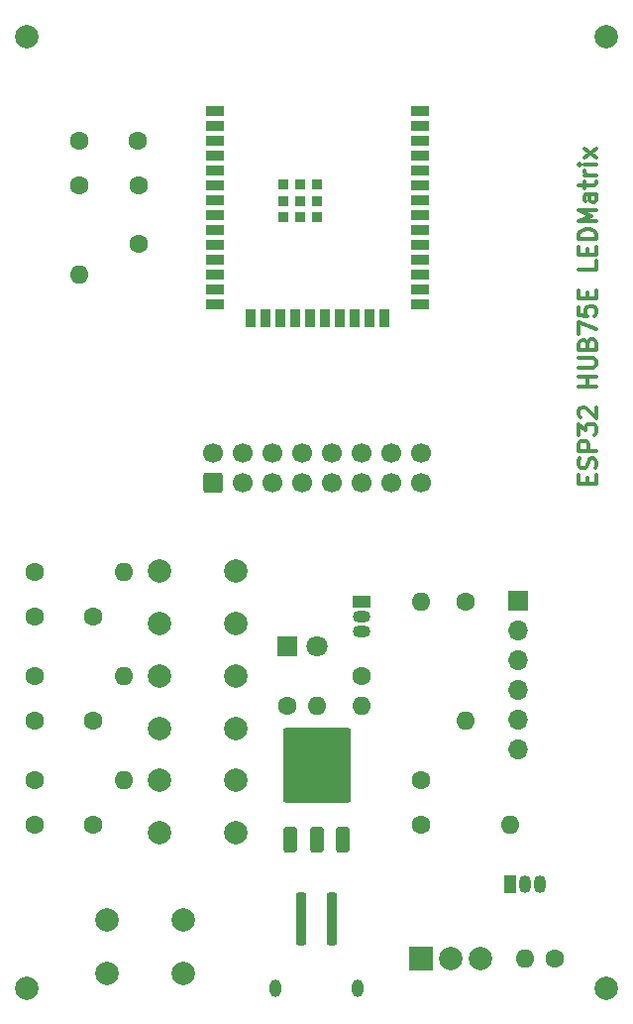
<source format=gbr>
%TF.GenerationSoftware,KiCad,Pcbnew,7.0.7*%
%TF.CreationDate,2024-10-11T15:58:01+09:00*%
%TF.ProjectId,ESP32-hub75,45535033-322d-4687-9562-37352e6b6963,rev?*%
%TF.SameCoordinates,Original*%
%TF.FileFunction,Soldermask,Top*%
%TF.FilePolarity,Negative*%
%FSLAX46Y46*%
G04 Gerber Fmt 4.6, Leading zero omitted, Abs format (unit mm)*
G04 Created by KiCad (PCBNEW 7.0.7) date 2024-10-11 15:58:01*
%MOMM*%
%LPD*%
G01*
G04 APERTURE LIST*
G04 Aperture macros list*
%AMRoundRect*
0 Rectangle with rounded corners*
0 $1 Rounding radius*
0 $2 $3 $4 $5 $6 $7 $8 $9 X,Y pos of 4 corners*
0 Add a 4 corners polygon primitive as box body*
4,1,4,$2,$3,$4,$5,$6,$7,$8,$9,$2,$3,0*
0 Add four circle primitives for the rounded corners*
1,1,$1+$1,$2,$3*
1,1,$1+$1,$4,$5*
1,1,$1+$1,$6,$7*
1,1,$1+$1,$8,$9*
0 Add four rect primitives between the rounded corners*
20,1,$1+$1,$2,$3,$4,$5,0*
20,1,$1+$1,$4,$5,$6,$7,0*
20,1,$1+$1,$6,$7,$8,$9,0*
20,1,$1+$1,$8,$9,$2,$3,0*%
G04 Aperture macros list end*
%ADD10C,0.300000*%
%ADD11C,1.600000*%
%ADD12O,1.600000X1.600000*%
%ADD13C,2.000000*%
%ADD14R,2.000000X2.000000*%
%ADD15R,0.900000X0.900000*%
%ADD16R,1.500000X0.900000*%
%ADD17R,0.900000X1.500000*%
%ADD18RoundRect,0.225000X-0.225000X-2.025000X0.225000X-2.025000X0.225000X2.025000X-0.225000X2.025000X0*%
%ADD19O,1.000000X1.500000*%
%ADD20R,1.800000X1.800000*%
%ADD21C,1.800000*%
%ADD22RoundRect,0.250000X0.600000X-0.600000X0.600000X0.600000X-0.600000X0.600000X-0.600000X-0.600000X0*%
%ADD23C,1.700000*%
%ADD24R,1.700000X1.700000*%
%ADD25O,1.700000X1.700000*%
%ADD26RoundRect,0.250000X0.350000X-0.850000X0.350000X0.850000X-0.350000X0.850000X-0.350000X-0.850000X0*%
%ADD27RoundRect,0.249997X2.650003X-2.950003X2.650003X2.950003X-2.650003X2.950003X-2.650003X-2.950003X0*%
%ADD28R,1.500000X1.050000*%
%ADD29O,1.500000X1.050000*%
%ADD30R,1.050000X1.500000*%
%ADD31O,1.050000X1.500000*%
G04 APERTURE END LIST*
D10*
X86645114Y-66120489D02*
X86645114Y-65620489D01*
X87430828Y-65406203D02*
X87430828Y-66120489D01*
X87430828Y-66120489D02*
X85930828Y-66120489D01*
X85930828Y-66120489D02*
X85930828Y-65406203D01*
X87359400Y-64834774D02*
X87430828Y-64620489D01*
X87430828Y-64620489D02*
X87430828Y-64263346D01*
X87430828Y-64263346D02*
X87359400Y-64120489D01*
X87359400Y-64120489D02*
X87287971Y-64049060D01*
X87287971Y-64049060D02*
X87145114Y-63977631D01*
X87145114Y-63977631D02*
X87002257Y-63977631D01*
X87002257Y-63977631D02*
X86859400Y-64049060D01*
X86859400Y-64049060D02*
X86787971Y-64120489D01*
X86787971Y-64120489D02*
X86716542Y-64263346D01*
X86716542Y-64263346D02*
X86645114Y-64549060D01*
X86645114Y-64549060D02*
X86573685Y-64691917D01*
X86573685Y-64691917D02*
X86502257Y-64763346D01*
X86502257Y-64763346D02*
X86359400Y-64834774D01*
X86359400Y-64834774D02*
X86216542Y-64834774D01*
X86216542Y-64834774D02*
X86073685Y-64763346D01*
X86073685Y-64763346D02*
X86002257Y-64691917D01*
X86002257Y-64691917D02*
X85930828Y-64549060D01*
X85930828Y-64549060D02*
X85930828Y-64191917D01*
X85930828Y-64191917D02*
X86002257Y-63977631D01*
X87430828Y-63334775D02*
X85930828Y-63334775D01*
X85930828Y-63334775D02*
X85930828Y-62763346D01*
X85930828Y-62763346D02*
X86002257Y-62620489D01*
X86002257Y-62620489D02*
X86073685Y-62549060D01*
X86073685Y-62549060D02*
X86216542Y-62477632D01*
X86216542Y-62477632D02*
X86430828Y-62477632D01*
X86430828Y-62477632D02*
X86573685Y-62549060D01*
X86573685Y-62549060D02*
X86645114Y-62620489D01*
X86645114Y-62620489D02*
X86716542Y-62763346D01*
X86716542Y-62763346D02*
X86716542Y-63334775D01*
X85930828Y-61977632D02*
X85930828Y-61049060D01*
X85930828Y-61049060D02*
X86502257Y-61549060D01*
X86502257Y-61549060D02*
X86502257Y-61334775D01*
X86502257Y-61334775D02*
X86573685Y-61191918D01*
X86573685Y-61191918D02*
X86645114Y-61120489D01*
X86645114Y-61120489D02*
X86787971Y-61049060D01*
X86787971Y-61049060D02*
X87145114Y-61049060D01*
X87145114Y-61049060D02*
X87287971Y-61120489D01*
X87287971Y-61120489D02*
X87359400Y-61191918D01*
X87359400Y-61191918D02*
X87430828Y-61334775D01*
X87430828Y-61334775D02*
X87430828Y-61763346D01*
X87430828Y-61763346D02*
X87359400Y-61906203D01*
X87359400Y-61906203D02*
X87287971Y-61977632D01*
X86073685Y-60477632D02*
X86002257Y-60406204D01*
X86002257Y-60406204D02*
X85930828Y-60263347D01*
X85930828Y-60263347D02*
X85930828Y-59906204D01*
X85930828Y-59906204D02*
X86002257Y-59763347D01*
X86002257Y-59763347D02*
X86073685Y-59691918D01*
X86073685Y-59691918D02*
X86216542Y-59620489D01*
X86216542Y-59620489D02*
X86359400Y-59620489D01*
X86359400Y-59620489D02*
X86573685Y-59691918D01*
X86573685Y-59691918D02*
X87430828Y-60549061D01*
X87430828Y-60549061D02*
X87430828Y-59620489D01*
X87430828Y-57834776D02*
X85930828Y-57834776D01*
X86645114Y-57834776D02*
X86645114Y-56977633D01*
X87430828Y-56977633D02*
X85930828Y-56977633D01*
X85930828Y-56263347D02*
X87145114Y-56263347D01*
X87145114Y-56263347D02*
X87287971Y-56191918D01*
X87287971Y-56191918D02*
X87359400Y-56120490D01*
X87359400Y-56120490D02*
X87430828Y-55977632D01*
X87430828Y-55977632D02*
X87430828Y-55691918D01*
X87430828Y-55691918D02*
X87359400Y-55549061D01*
X87359400Y-55549061D02*
X87287971Y-55477632D01*
X87287971Y-55477632D02*
X87145114Y-55406204D01*
X87145114Y-55406204D02*
X85930828Y-55406204D01*
X86645114Y-54191918D02*
X86716542Y-53977632D01*
X86716542Y-53977632D02*
X86787971Y-53906203D01*
X86787971Y-53906203D02*
X86930828Y-53834775D01*
X86930828Y-53834775D02*
X87145114Y-53834775D01*
X87145114Y-53834775D02*
X87287971Y-53906203D01*
X87287971Y-53906203D02*
X87359400Y-53977632D01*
X87359400Y-53977632D02*
X87430828Y-54120489D01*
X87430828Y-54120489D02*
X87430828Y-54691918D01*
X87430828Y-54691918D02*
X85930828Y-54691918D01*
X85930828Y-54691918D02*
X85930828Y-54191918D01*
X85930828Y-54191918D02*
X86002257Y-54049061D01*
X86002257Y-54049061D02*
X86073685Y-53977632D01*
X86073685Y-53977632D02*
X86216542Y-53906203D01*
X86216542Y-53906203D02*
X86359400Y-53906203D01*
X86359400Y-53906203D02*
X86502257Y-53977632D01*
X86502257Y-53977632D02*
X86573685Y-54049061D01*
X86573685Y-54049061D02*
X86645114Y-54191918D01*
X86645114Y-54191918D02*
X86645114Y-54691918D01*
X85930828Y-53334775D02*
X85930828Y-52334775D01*
X85930828Y-52334775D02*
X87430828Y-52977632D01*
X85930828Y-51049061D02*
X85930828Y-51763347D01*
X85930828Y-51763347D02*
X86645114Y-51834775D01*
X86645114Y-51834775D02*
X86573685Y-51763347D01*
X86573685Y-51763347D02*
X86502257Y-51620490D01*
X86502257Y-51620490D02*
X86502257Y-51263347D01*
X86502257Y-51263347D02*
X86573685Y-51120490D01*
X86573685Y-51120490D02*
X86645114Y-51049061D01*
X86645114Y-51049061D02*
X86787971Y-50977632D01*
X86787971Y-50977632D02*
X87145114Y-50977632D01*
X87145114Y-50977632D02*
X87287971Y-51049061D01*
X87287971Y-51049061D02*
X87359400Y-51120490D01*
X87359400Y-51120490D02*
X87430828Y-51263347D01*
X87430828Y-51263347D02*
X87430828Y-51620490D01*
X87430828Y-51620490D02*
X87359400Y-51763347D01*
X87359400Y-51763347D02*
X87287971Y-51834775D01*
X86645114Y-50334776D02*
X86645114Y-49834776D01*
X87430828Y-49620490D02*
X87430828Y-50334776D01*
X87430828Y-50334776D02*
X85930828Y-50334776D01*
X85930828Y-50334776D02*
X85930828Y-49620490D01*
X87430828Y-47120490D02*
X87430828Y-47834776D01*
X87430828Y-47834776D02*
X85930828Y-47834776D01*
X86645114Y-46620490D02*
X86645114Y-46120490D01*
X87430828Y-45906204D02*
X87430828Y-46620490D01*
X87430828Y-46620490D02*
X85930828Y-46620490D01*
X85930828Y-46620490D02*
X85930828Y-45906204D01*
X87430828Y-45263347D02*
X85930828Y-45263347D01*
X85930828Y-45263347D02*
X85930828Y-44906204D01*
X85930828Y-44906204D02*
X86002257Y-44691918D01*
X86002257Y-44691918D02*
X86145114Y-44549061D01*
X86145114Y-44549061D02*
X86287971Y-44477632D01*
X86287971Y-44477632D02*
X86573685Y-44406204D01*
X86573685Y-44406204D02*
X86787971Y-44406204D01*
X86787971Y-44406204D02*
X87073685Y-44477632D01*
X87073685Y-44477632D02*
X87216542Y-44549061D01*
X87216542Y-44549061D02*
X87359400Y-44691918D01*
X87359400Y-44691918D02*
X87430828Y-44906204D01*
X87430828Y-44906204D02*
X87430828Y-45263347D01*
X87430828Y-43763347D02*
X85930828Y-43763347D01*
X85930828Y-43763347D02*
X87002257Y-43263347D01*
X87002257Y-43263347D02*
X85930828Y-42763347D01*
X85930828Y-42763347D02*
X87430828Y-42763347D01*
X87430828Y-41406204D02*
X86645114Y-41406204D01*
X86645114Y-41406204D02*
X86502257Y-41477632D01*
X86502257Y-41477632D02*
X86430828Y-41620489D01*
X86430828Y-41620489D02*
X86430828Y-41906204D01*
X86430828Y-41906204D02*
X86502257Y-42049061D01*
X87359400Y-41406204D02*
X87430828Y-41549061D01*
X87430828Y-41549061D02*
X87430828Y-41906204D01*
X87430828Y-41906204D02*
X87359400Y-42049061D01*
X87359400Y-42049061D02*
X87216542Y-42120489D01*
X87216542Y-42120489D02*
X87073685Y-42120489D01*
X87073685Y-42120489D02*
X86930828Y-42049061D01*
X86930828Y-42049061D02*
X86859400Y-41906204D01*
X86859400Y-41906204D02*
X86859400Y-41549061D01*
X86859400Y-41549061D02*
X86787971Y-41406204D01*
X86430828Y-40906203D02*
X86430828Y-40334775D01*
X85930828Y-40691918D02*
X87216542Y-40691918D01*
X87216542Y-40691918D02*
X87359400Y-40620489D01*
X87359400Y-40620489D02*
X87430828Y-40477632D01*
X87430828Y-40477632D02*
X87430828Y-40334775D01*
X87430828Y-39834775D02*
X86430828Y-39834775D01*
X86716542Y-39834775D02*
X86573685Y-39763346D01*
X86573685Y-39763346D02*
X86502257Y-39691918D01*
X86502257Y-39691918D02*
X86430828Y-39549060D01*
X86430828Y-39549060D02*
X86430828Y-39406203D01*
X87430828Y-38906204D02*
X86430828Y-38906204D01*
X85930828Y-38906204D02*
X86002257Y-38977632D01*
X86002257Y-38977632D02*
X86073685Y-38906204D01*
X86073685Y-38906204D02*
X86002257Y-38834775D01*
X86002257Y-38834775D02*
X85930828Y-38906204D01*
X85930828Y-38906204D02*
X86073685Y-38906204D01*
X87430828Y-38334775D02*
X86430828Y-37549061D01*
X86430828Y-38334775D02*
X87430828Y-37549061D01*
D11*
%TO.C,R2*%
X67310000Y-82550000D03*
D12*
X67310000Y-85090000D03*
%TD*%
D13*
%TO.C,REF\u002A\u002A*%
X38735000Y-109220000D03*
%TD*%
%TO.C,SW1*%
X52070000Y-107950000D03*
X45570000Y-107950000D03*
X52070000Y-103450000D03*
X45570000Y-103450000D03*
%TD*%
D14*
%TO.C,SW2*%
X72390000Y-106680000D03*
D13*
X74930000Y-106680000D03*
X77470000Y-106680000D03*
%TD*%
D15*
%TO.C,U3*%
X63500000Y-43410000D03*
X63500000Y-42010000D03*
X63500000Y-40610000D03*
X62100000Y-43410000D03*
X62100000Y-43410000D03*
X62100000Y-42010000D03*
X62100000Y-40610000D03*
X60700000Y-43410000D03*
X60700000Y-43410000D03*
X60700000Y-42010000D03*
X60700000Y-40610000D03*
X60700000Y-40610000D03*
D16*
X72350000Y-34290000D03*
X72350000Y-35560000D03*
X72350000Y-36830000D03*
X72350000Y-38100000D03*
X72350000Y-39370000D03*
X72350000Y-40640000D03*
X72350000Y-41910000D03*
X72350000Y-43180000D03*
X72350000Y-44450000D03*
X72350000Y-45720000D03*
X72350000Y-46990000D03*
X72350000Y-48260000D03*
X72350000Y-49530000D03*
X72350000Y-50800000D03*
D17*
X69310000Y-52050000D03*
X68040000Y-52050000D03*
X66770000Y-52050000D03*
X65500000Y-52050000D03*
X64230000Y-52050000D03*
X62960000Y-52050000D03*
X61690000Y-52050000D03*
X60420000Y-52050000D03*
X59150000Y-52050000D03*
X57880000Y-52050000D03*
D16*
X54850000Y-50800000D03*
X54850000Y-49530000D03*
X54850000Y-48260000D03*
X54850000Y-46990000D03*
X54850000Y-45720000D03*
X54850000Y-44450000D03*
X54850000Y-43180000D03*
X54850000Y-41910000D03*
X54850000Y-40640000D03*
X54850000Y-39370000D03*
X54850000Y-38100000D03*
X54850000Y-36830000D03*
X54850000Y-35560000D03*
X54850000Y-34290000D03*
%TD*%
D11*
%TO.C,C4*%
X39410000Y-86360000D03*
X44410000Y-86360000D03*
%TD*%
%TO.C,C2*%
X43220000Y-36830000D03*
X48220000Y-36830000D03*
%TD*%
D18*
%TO.C,J1*%
X62200000Y-103320000D03*
X64800000Y-103320000D03*
D19*
X59950000Y-109220000D03*
X67050000Y-109220000D03*
%TD*%
D11*
%TO.C,R6*%
X83820000Y-106680000D03*
D12*
X81280000Y-106680000D03*
%TD*%
D11*
%TO.C,C3*%
X39410000Y-77470000D03*
X44410000Y-77470000D03*
%TD*%
%TO.C,C5*%
X39410000Y-95250000D03*
X44410000Y-95250000D03*
%TD*%
D13*
%TO.C,REF\u002A\u002A*%
X88265000Y-109220000D03*
%TD*%
D20*
%TO.C,D1*%
X60960000Y-80010000D03*
D21*
X63500000Y-80010000D03*
%TD*%
D13*
%TO.C,SW5*%
X56590000Y-95940000D03*
X50090000Y-95940000D03*
X56590000Y-91440000D03*
X50090000Y-91440000D03*
%TD*%
D22*
%TO.C,J3*%
X54610000Y-66040000D03*
D23*
X54610000Y-63500000D03*
X57150000Y-66040000D03*
X57150000Y-63500000D03*
X59690000Y-66040000D03*
X59690000Y-63500000D03*
X62230000Y-66040000D03*
X62230000Y-63500000D03*
X64770000Y-66040000D03*
X64770000Y-63500000D03*
X67310000Y-66040000D03*
X67310000Y-63500000D03*
X69850000Y-66040000D03*
X69850000Y-63500000D03*
X72390000Y-66040000D03*
X72390000Y-63500000D03*
%TD*%
D11*
%TO.C,R7*%
X39370000Y-73660000D03*
D12*
X46990000Y-73660000D03*
%TD*%
D11*
%TO.C,R5*%
X76200000Y-76200000D03*
D12*
X76200000Y-86360000D03*
%TD*%
D24*
%TO.C,J2*%
X80690000Y-76175000D03*
D25*
X80690000Y-78715000D03*
X80690000Y-81255000D03*
X80690000Y-83795000D03*
X80690000Y-86335000D03*
X80690000Y-88875000D03*
%TD*%
D13*
%TO.C,SW3*%
X56590000Y-78105000D03*
X50090000Y-78105000D03*
X56590000Y-73605000D03*
X50090000Y-73605000D03*
%TD*%
D11*
%TO.C,R1*%
X43180000Y-40640000D03*
D12*
X43180000Y-48260000D03*
%TD*%
D11*
%TO.C,C1*%
X48260000Y-40680000D03*
X48260000Y-45680000D03*
%TD*%
%TO.C,R4*%
X72390000Y-95250000D03*
D12*
X80010000Y-95250000D03*
%TD*%
D13*
%TO.C,REF\u002A\u002A*%
X38735000Y-27940000D03*
%TD*%
D11*
%TO.C,R8*%
X39370000Y-82550000D03*
D12*
X46990000Y-82550000D03*
%TD*%
D11*
%TO.C,R10*%
X60960000Y-85090000D03*
D12*
X63500000Y-85090000D03*
%TD*%
D13*
%TO.C,REF\u002A\u002A*%
X88265000Y-27940000D03*
%TD*%
D26*
%TO.C,U2*%
X61220000Y-96520000D03*
X63500000Y-96520000D03*
D27*
X63500000Y-90220000D03*
D26*
X65780000Y-96520000D03*
%TD*%
D11*
%TO.C,R9*%
X39370000Y-91440000D03*
D12*
X46990000Y-91440000D03*
%TD*%
D28*
%TO.C,Q1*%
X67310000Y-76200000D03*
D29*
X67310000Y-77470000D03*
X67310000Y-78740000D03*
%TD*%
D13*
%TO.C,SW4*%
X56590000Y-87050000D03*
X50090000Y-87050000D03*
X56590000Y-82550000D03*
X50090000Y-82550000D03*
%TD*%
D30*
%TO.C,Q2*%
X80010000Y-100330000D03*
D31*
X81280000Y-100330000D03*
X82550000Y-100330000D03*
%TD*%
D11*
%TO.C,R3*%
X72390000Y-91440000D03*
D12*
X72390000Y-76200000D03*
%TD*%
M02*

</source>
